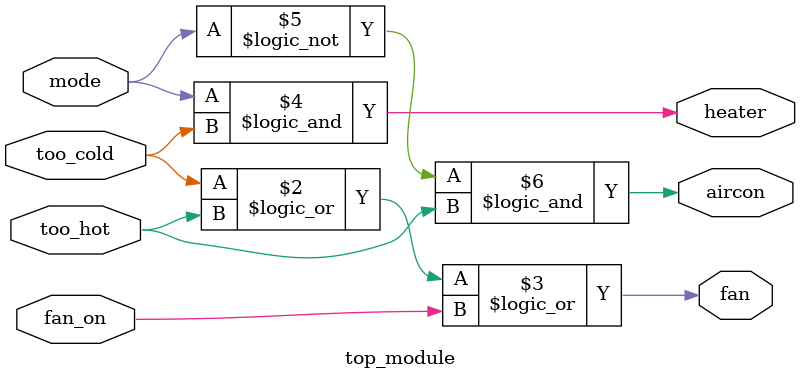
<source format=sv>
module top_module(
	input mode,
	input too_cold, 
	input too_hot,
	input fan_on,
	output heater,
	output aircon,
	output fan
);

reg fan;
reg heater;
reg aircon;

always @(*) begin
    fan = (too_cold || too_hot || fan_on);
    heater = (mode && too_cold);
    aircon = (!mode && too_hot);
end

assign fan = fan;
assign heater = heater;
assign aircon = aircon;

endmodule

</source>
